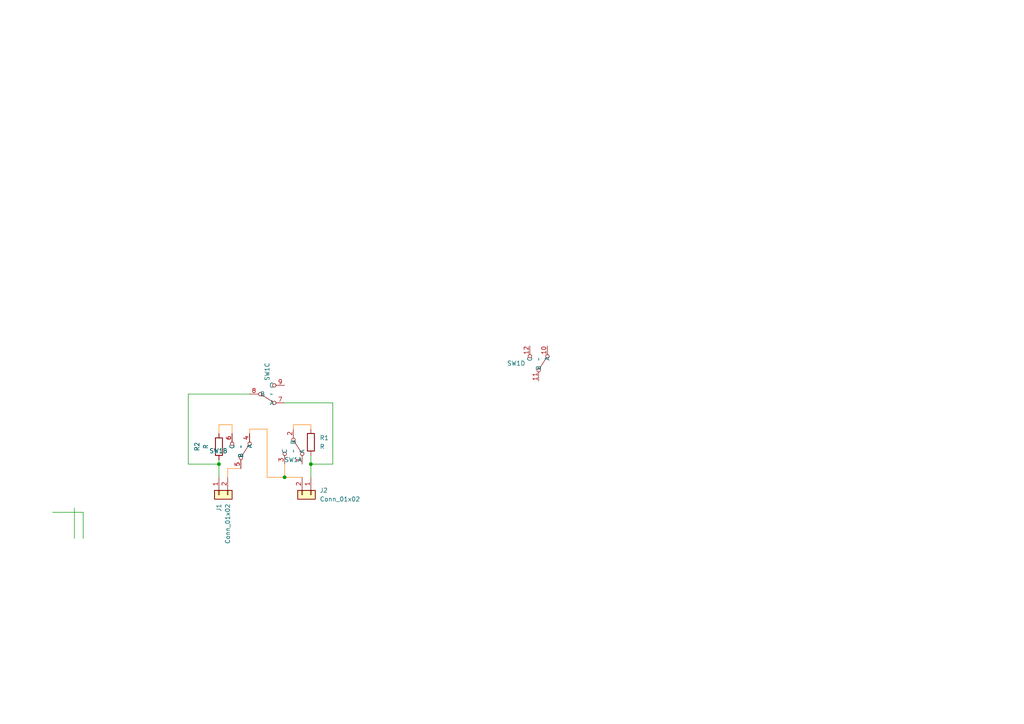
<source format=kicad_sch>
(kicad_sch (version 20230121) (generator eeschema)

  (uuid 110c4012-9f25-459c-a099-b530f2929070)

  (paper "A4")

  (lib_symbols
    (symbol "Connector_Generic:Conn_01x02" (pin_names (offset 1.016) hide) (in_bom yes) (on_board yes)
      (property "Reference" "J" (at 0 2.54 0)
        (effects (font (size 1.27 1.27)))
      )
      (property "Value" "Conn_01x02" (at 0 -5.08 0)
        (effects (font (size 1.27 1.27)))
      )
      (property "Footprint" "" (at 0 0 0)
        (effects (font (size 1.27 1.27)) hide)
      )
      (property "Datasheet" "~" (at 0 0 0)
        (effects (font (size 1.27 1.27)) hide)
      )
      (property "ki_keywords" "connector" (at 0 0 0)
        (effects (font (size 1.27 1.27)) hide)
      )
      (property "ki_description" "Generic connector, single row, 01x02, script generated (kicad-library-utils/schlib/autogen/connector/)" (at 0 0 0)
        (effects (font (size 1.27 1.27)) hide)
      )
      (property "ki_fp_filters" "Connector*:*_1x??_*" (at 0 0 0)
        (effects (font (size 1.27 1.27)) hide)
      )
      (symbol "Conn_01x02_1_1"
        (rectangle (start -1.27 -2.413) (end 0 -2.667)
          (stroke (width 0.1524) (type default))
          (fill (type none))
        )
        (rectangle (start -1.27 0.127) (end 0 -0.127)
          (stroke (width 0.1524) (type default))
          (fill (type none))
        )
        (rectangle (start -1.27 1.27) (end 1.27 -3.81)
          (stroke (width 0.254) (type default))
          (fill (type background))
        )
        (pin passive line (at -5.08 0 0) (length 3.81)
          (name "Pin_1" (effects (font (size 1.27 1.27))))
          (number "1" (effects (font (size 1.27 1.27))))
        )
        (pin passive line (at -5.08 -2.54 0) (length 3.81)
          (name "Pin_2" (effects (font (size 1.27 1.27))))
          (number "2" (effects (font (size 1.27 1.27))))
        )
      )
    )
    (symbol "Device:R" (pin_numbers hide) (pin_names (offset 0)) (in_bom yes) (on_board yes)
      (property "Reference" "R" (at 2.032 0 90)
        (effects (font (size 1.27 1.27)))
      )
      (property "Value" "R" (at 0 0 90)
        (effects (font (size 1.27 1.27)))
      )
      (property "Footprint" "" (at -1.778 0 90)
        (effects (font (size 1.27 1.27)) hide)
      )
      (property "Datasheet" "~" (at 0 0 0)
        (effects (font (size 1.27 1.27)) hide)
      )
      (property "ki_keywords" "R res resistor" (at 0 0 0)
        (effects (font (size 1.27 1.27)) hide)
      )
      (property "ki_description" "Resistor" (at 0 0 0)
        (effects (font (size 1.27 1.27)) hide)
      )
      (property "ki_fp_filters" "R_*" (at 0 0 0)
        (effects (font (size 1.27 1.27)) hide)
      )
      (symbol "R_0_1"
        (rectangle (start -1.016 -2.54) (end 1.016 2.54)
          (stroke (width 0.254) (type default))
          (fill (type none))
        )
      )
      (symbol "R_1_1"
        (pin passive line (at 0 3.81 270) (length 1.27)
          (name "~" (effects (font (size 1.27 1.27))))
          (number "1" (effects (font (size 1.27 1.27))))
        )
        (pin passive line (at 0 -3.81 90) (length 1.27)
          (name "~" (effects (font (size 1.27 1.27))))
          (number "2" (effects (font (size 1.27 1.27))))
        )
      )
    )
    (symbol "Switch:4PDT" (in_bom yes) (on_board yes)
      (property "Reference" "SW" (at 0 5.08 0)
        (effects (font (size 1.27 1.27)))
      )
      (property "Value" "" (at 0 0 0)
        (effects (font (size 1.27 1.27)))
      )
      (property "Footprint" "" (at 0 0 0)
        (effects (font (size 1.27 1.27)) hide)
      )
      (property "Datasheet" "" (at 0 0 0)
        (effects (font (size 1.27 1.27)) hide)
      )
      (property "ki_locked" "" (at 0 0 0)
        (effects (font (size 1.27 1.27)))
      )
      (symbol "4PDT_0_0"
        (circle (center -3.2462 0.0215) (radius 0.508)
          (stroke (width 0) (type default))
          (fill (type none))
        )
        (circle (center 0.8178 -2.5185) (radius 0.508)
          (stroke (width 0) (type default))
          (fill (type none))
        )
      )
      (symbol "4PDT_0_1"
        (polyline
          (pts
            (xy -2.7382 0.2755)
            (xy 0.4368 2.3075)
          )
          (stroke (width 0) (type default))
          (fill (type none))
        )
        (circle (center 0.8178 2.5615) (radius 0.508)
          (stroke (width 0) (type default))
          (fill (type none))
        )
      )
      (symbol "4PDT_1_1"
        (pin passive line (at 3.81 2.54 180) (length 2.54)
          (name "A" (effects (font (size 1.27 1.27))))
          (number "1" (effects (font (size 1.27 1.27))))
        )
        (pin passive line (at -6.35 0 0) (length 2.54)
          (name "B" (effects (font (size 1.27 1.27))))
          (number "2" (effects (font (size 1.27 1.27))))
        )
        (pin passive line (at 3.81 -2.54 180) (length 2.54)
          (name "C" (effects (font (size 1.27 1.27))))
          (number "3" (effects (font (size 1.27 1.27))))
        )
      )
      (symbol "4PDT_2_1"
        (pin passive line (at 3.81 2.54 180) (length 2.54)
          (name "A" (effects (font (size 1.27 1.27))))
          (number "4" (effects (font (size 1.27 1.27))))
        )
        (pin passive line (at -6.35 0 0) (length 2.54)
          (name "B" (effects (font (size 1.27 1.27))))
          (number "5" (effects (font (size 1.27 1.27))))
        )
        (pin passive line (at 3.81 -2.54 180) (length 2.54)
          (name "C" (effects (font (size 1.27 1.27))))
          (number "6" (effects (font (size 1.27 1.27))))
        )
      )
      (symbol "4PDT_3_1"
        (pin passive line (at 3.81 2.54 180) (length 2.54)
          (name "A" (effects (font (size 1.27 1.27))))
          (number "7" (effects (font (size 1.27 1.27))))
        )
        (pin passive line (at -6.35 0 0) (length 2.54)
          (name "B" (effects (font (size 1.27 1.27))))
          (number "8" (effects (font (size 1.27 1.27))))
        )
        (pin passive line (at 3.81 -2.54 180) (length 2.54)
          (name "C" (effects (font (size 1.27 1.27))))
          (number "9" (effects (font (size 1.27 1.27))))
        )
      )
      (symbol "4PDT_4_1"
        (pin passive line (at 3.81 2.54 180) (length 2.54)
          (name "A" (effects (font (size 1.27 1.27))))
          (number "10" (effects (font (size 1.27 1.27))))
        )
        (pin passive line (at -6.35 0 0) (length 2.54)
          (name "B" (effects (font (size 1.27 1.27))))
          (number "11" (effects (font (size 1.27 1.27))))
        )
        (pin passive line (at 3.81 -2.54 180) (length 2.54)
          (name "C" (effects (font (size 1.27 1.27))))
          (number "12" (effects (font (size 1.27 1.27))))
        )
      )
    )
  )

  (junction (at 90.17 134.62) (diameter 0) (color 0 0 0 0)
    (uuid 0694d500-d998-42e6-9ebf-f8037693e683)
  )
  (junction (at 82.55 138.43) (diameter 0) (color 0 0 0 0)
    (uuid 40ab7974-5a44-4fd6-8051-650850088b66)
  )
  (junction (at 63.5 134.62) (diameter 0) (color 0 0 0 0)
    (uuid 83821299-8299-4f1b-903f-dfe6da1c6c5a)
  )

  (wire (pts (xy 54.61 114.3) (xy 54.61 134.62))
    (stroke (width 0) (type default))
    (uuid 11bada7b-8dc4-47bd-8de3-5ea19042d063)
  )
  (wire (pts (xy 82.55 138.43) (xy 87.63 138.43))
    (stroke (width 0) (type default) (color 255 128 13 1))
    (uuid 124133c5-93f1-4e9d-963b-0d2e1c2e3d21)
  )
  (wire (pts (xy 82.55 116.84) (xy 96.52 116.84))
    (stroke (width 0) (type default))
    (uuid 137407e2-cf84-4271-ae09-d09bce11f54f)
  )
  (wire (pts (xy 21.59 147.32) (xy 21.59 156.21))
    (stroke (width 0) (type default))
    (uuid 13fa7054-d274-44dc-b36c-a49860957a26)
  )
  (wire (pts (xy 82.55 134.62) (xy 82.55 138.43))
    (stroke (width 0) (type default) (color 255 128 13 1))
    (uuid 26de5721-27a5-478d-a9c4-624c5f89da71)
  )
  (wire (pts (xy 90.17 134.62) (xy 90.17 138.43))
    (stroke (width 0) (type default))
    (uuid 2f776539-4cfc-4c61-a8da-ecf358f699e6)
  )
  (wire (pts (xy 90.17 123.19) (xy 90.17 124.46))
    (stroke (width 0) (type default) (color 255 128 13 1))
    (uuid 34a622e9-84b9-476d-a5a8-bb11deebc308)
  )
  (wire (pts (xy 63.5 134.62) (xy 63.5 138.43))
    (stroke (width 0) (type default))
    (uuid 38fdcb72-e6f8-4189-9e0f-fbc34fd7f33b)
  )
  (wire (pts (xy 66.04 135.89) (xy 69.85 135.89))
    (stroke (width 0) (type default) (color 255 128 13 1))
    (uuid 6669c9d0-e125-44ae-bda5-93194c0c7b58)
  )
  (wire (pts (xy 85.09 123.19) (xy 85.09 124.46))
    (stroke (width 0) (type default) (color 255 128 13 1))
    (uuid 72a854ec-f210-434f-8fe8-5256cda23942)
  )
  (wire (pts (xy 67.31 123.19) (xy 63.5 123.19))
    (stroke (width 0) (type default) (color 255 128 13 1))
    (uuid 7afdc7b3-d2be-4b21-a4cf-e3cf41163e94)
  )
  (wire (pts (xy 85.09 123.19) (xy 90.17 123.19))
    (stroke (width 0) (type default) (color 255 128 13 1))
    (uuid 8a7c969d-8588-42e5-ac93-5b635d931c12)
  )
  (wire (pts (xy 67.31 123.19) (xy 67.31 125.73))
    (stroke (width 0) (type default) (color 255 128 13 1))
    (uuid a897411d-0025-411a-9d2c-70d160a63567)
  )
  (wire (pts (xy 96.52 134.62) (xy 90.17 134.62))
    (stroke (width 0) (type default))
    (uuid b0ddffb4-8502-4e4b-b521-c03f5037e086)
  )
  (wire (pts (xy 15.24 148.59) (xy 24.13 148.59))
    (stroke (width 0) (type default))
    (uuid b1cd25f6-260c-466e-a830-5c744b6287e7)
  )
  (wire (pts (xy 90.17 132.08) (xy 90.17 134.62))
    (stroke (width 0) (type default))
    (uuid b250d2ab-0bb8-48c1-b727-0f3a4601ff01)
  )
  (wire (pts (xy 72.39 124.46) (xy 72.39 125.73))
    (stroke (width 0) (type default) (color 255 128 13 1))
    (uuid bd3091de-d96f-4119-987b-709f9a9108e2)
  )
  (wire (pts (xy 72.39 114.3) (xy 54.61 114.3))
    (stroke (width 0) (type default))
    (uuid bf6c8586-3b25-448b-9628-cea71c31b6a3)
  )
  (wire (pts (xy 54.61 134.62) (xy 63.5 134.62))
    (stroke (width 0) (type default))
    (uuid bfe3bfd9-5c65-4ea2-950a-16f34a125d27)
  )
  (wire (pts (xy 77.47 138.43) (xy 77.47 124.46))
    (stroke (width 0) (type default) (color 255 128 13 1))
    (uuid c18a15d7-e54a-45a7-b828-5266a2279490)
  )
  (wire (pts (xy 77.47 138.43) (xy 82.55 138.43))
    (stroke (width 0) (type default) (color 255 128 13 1))
    (uuid c313c589-47ec-41b4-804d-5d0a687fb52a)
  )
  (wire (pts (xy 24.13 148.59) (xy 24.13 156.21))
    (stroke (width 0) (type default))
    (uuid d68e41cd-d591-4671-b8b6-482c8625492b)
  )
  (wire (pts (xy 96.52 116.84) (xy 96.52 134.62))
    (stroke (width 0) (type default))
    (uuid e4a58601-af12-4dc2-9541-abe340c920d1)
  )
  (wire (pts (xy 77.47 124.46) (xy 72.39 124.46))
    (stroke (width 0) (type default) (color 255 128 13 1))
    (uuid e5d90a8a-4853-4a76-9ce1-c56234b8d587)
  )
  (wire (pts (xy 63.5 133.35) (xy 63.5 134.62))
    (stroke (width 0) (type default))
    (uuid eec3a60d-dc52-444d-8f55-ed477a18b86a)
  )
  (wire (pts (xy 63.5 123.19) (xy 63.5 125.73))
    (stroke (width 0) (type default) (color 255 128 13 1))
    (uuid f1ceab78-9f75-4baa-8598-051f75d1e70a)
  )
  (wire (pts (xy 66.04 135.89) (xy 66.04 138.43))
    (stroke (width 0) (type default) (color 255 128 13 1))
    (uuid f1e61133-2118-47ae-b455-b95c519c0c41)
  )

  (symbol (lib_id "Device:R") (at 63.5 129.54 180) (unit 1)
    (in_bom yes) (on_board yes) (dnp no) (fields_autoplaced)
    (uuid 06d7e07d-7d55-4936-9d1e-91d24c66ccb4)
    (property "Reference" "R2" (at 57.15 129.54 90)
      (effects (font (size 1.27 1.27)))
    )
    (property "Value" "R" (at 59.69 129.54 90)
      (effects (font (size 1.27 1.27)))
    )
    (property "Footprint" "Resistor_SMD:R_0805_2012Metric" (at 65.278 129.54 90)
      (effects (font (size 1.27 1.27)) hide)
    )
    (property "Datasheet" "~" (at 63.5 129.54 0)
      (effects (font (size 1.27 1.27)) hide)
    )
    (pin "1" (uuid 65938d77-0351-432a-b01c-881f2f502e7e))
    (pin "2" (uuid 962692e2-b6a8-4b4b-a09e-170b024d04e2))
    (instances
      (project "CANBUSswitch"
        (path "/110c4012-9f25-459c-a099-b530f2929070"
          (reference "R2") (unit 1)
        )
      )
    )
  )

  (symbol (lib_id "Device:R") (at 90.17 128.27 0) (unit 1)
    (in_bom yes) (on_board yes) (dnp no) (fields_autoplaced)
    (uuid 5b7f3259-9b4f-4d74-9522-286319dfc332)
    (property "Reference" "R1" (at 92.71 127 0)
      (effects (font (size 1.27 1.27)) (justify left))
    )
    (property "Value" "R" (at 92.71 129.54 0)
      (effects (font (size 1.27 1.27)) (justify left))
    )
    (property "Footprint" "Resistor_SMD:R_0805_2012Metric" (at 88.392 128.27 90)
      (effects (font (size 1.27 1.27)) hide)
    )
    (property "Datasheet" "~" (at 90.17 128.27 0)
      (effects (font (size 1.27 1.27)) hide)
    )
    (pin "1" (uuid 2e7c5834-f4a8-4165-b349-94aa28ebc6e9))
    (pin "2" (uuid 21633e97-5341-462e-9a2c-2d1cae918583))
    (instances
      (project "CANBUSswitch"
        (path "/110c4012-9f25-459c-a099-b530f2929070"
          (reference "R1") (unit 1)
        )
      )
    )
  )

  (symbol (lib_id "Connector_Generic:Conn_01x02") (at 90.17 143.51 270) (unit 1)
    (in_bom yes) (on_board yes) (dnp no)
    (uuid 8f3ab311-2307-490e-a6c9-6958fcfbd960)
    (property "Reference" "J2" (at 92.71 142.24 90)
      (effects (font (size 1.27 1.27)) (justify left))
    )
    (property "Value" "Conn_01x02" (at 92.71 144.78 90)
      (effects (font (size 1.27 1.27)) (justify left))
    )
    (property "Footprint" "Library:WirePad2" (at 90.17 143.51 0)
      (effects (font (size 1.27 1.27)) hide)
    )
    (property "Datasheet" "~" (at 90.17 143.51 0)
      (effects (font (size 1.27 1.27)) hide)
    )
    (pin "1" (uuid 63e2446a-abeb-4fe4-bb4c-6f950bc612cc))
    (pin "2" (uuid 8277c62c-1a47-43c1-b76a-5e77c8f6160d))
    (instances
      (project "CANBUSswitch"
        (path "/110c4012-9f25-459c-a099-b530f2929070"
          (reference "J2") (unit 1)
        )
      )
    )
  )

  (symbol (lib_id "Switch:4PDT") (at 78.74 114.3 0) (mirror x) (unit 3)
    (in_bom yes) (on_board yes) (dnp no)
    (uuid 9b0624bf-d75e-4f8b-ab7c-852ba7ee218b)
    (property "Reference" "SW1" (at 77.4979 110.49 90)
      (effects (font (size 1.27 1.27)) (justify right))
    )
    (property "Value" "~" (at 78.74 114.3 0)
      (effects (font (size 1.27 1.27)))
    )
    (property "Footprint" "Button_Switch_THT:★MFS401N−2−Z" (at 78.74 114.3 0)
      (effects (font (size 1.27 1.27)) hide)
    )
    (property "Datasheet" "" (at 78.74 114.3 0)
      (effects (font (size 1.27 1.27)) hide)
    )
    (pin "1" (uuid 5bddb767-08b7-4f5b-af9a-de6f48a4e1df))
    (pin "2" (uuid 1f4ca629-ee8c-4793-8c5d-53cbd08e0307))
    (pin "3" (uuid b7434d32-d5ce-43c4-a8df-2510041d5844))
    (pin "4" (uuid 826513cb-51e6-46b2-8054-6526a4c85d22))
    (pin "5" (uuid a64ed17e-d984-4af0-bdce-f070bc55286d))
    (pin "6" (uuid d0568c14-e08c-46ed-86b4-070634845662))
    (pin "7" (uuid 768557d5-1eec-4b66-9c0f-64024f92d5b4))
    (pin "8" (uuid 2b2da726-9a39-4fbb-997c-71d6a92f1eed))
    (pin "9" (uuid bc4a5326-9a6b-4f44-a315-f9f60660c5a5))
    (pin "10" (uuid 629c7b2c-444d-4353-bca2-fb3f588a0775))
    (pin "11" (uuid 94757869-e69b-4cea-b97c-7e27f614daba))
    (pin "12" (uuid 960956bb-e1e3-448f-95c5-be49222fb9af))
    (instances
      (project "CANBUSswitch"
        (path "/110c4012-9f25-459c-a099-b530f2929070"
          (reference "SW1") (unit 3)
        )
      )
    )
  )

  (symbol (lib_id "Switch:4PDT") (at 85.09 130.81 270) (unit 1)
    (in_bom yes) (on_board yes) (dnp no)
    (uuid a1eb0115-f56f-4a7b-9c99-ddd464cc9a50)
    (property "Reference" "SW1" (at 87.63 133.35 90)
      (effects (font (size 1.27 1.27)) (justify right))
    )
    (property "Value" "~" (at 85.09 130.81 0)
      (effects (font (size 1.27 1.27)))
    )
    (property "Footprint" "Button_Switch_THT:★MFS401N−2−Z" (at 85.09 130.81 0)
      (effects (font (size 1.27 1.27)) hide)
    )
    (property "Datasheet" "" (at 85.09 130.81 0)
      (effects (font (size 1.27 1.27)) hide)
    )
    (pin "1" (uuid a692acc1-1f2b-4386-ae1b-d0d26ea8aa01))
    (pin "2" (uuid 6db33024-2451-4296-893d-e8160d6db6c8))
    (pin "3" (uuid 4934d75e-2578-4aa0-a38f-20d70ba9b43d))
    (pin "4" (uuid 2311ec93-f306-4232-ba49-ac3a522dad56))
    (pin "5" (uuid 1b854ba8-f89c-4f15-8bc8-f3aa5b155635))
    (pin "6" (uuid 0e21d873-fc9a-4d0a-8a2c-a885294f9355))
    (pin "7" (uuid bc8fe67c-0783-4fee-b19a-680b4ca6113d))
    (pin "8" (uuid 60929494-e074-4e42-a2e9-c30fabd2d5d9))
    (pin "9" (uuid 83485d5b-345e-4642-ae52-380823b520b7))
    (pin "10" (uuid 8ab37341-abb9-432e-80d8-91a0b3b3422d))
    (pin "11" (uuid 01a9c10c-8a9b-4781-bae3-91aaeedc8aab))
    (pin "12" (uuid 0ae117cc-7a6e-4d62-8c9b-8dac09691e84))
    (instances
      (project "CANBUSswitch"
        (path "/110c4012-9f25-459c-a099-b530f2929070"
          (reference "SW1") (unit 1)
        )
      )
    )
  )

  (symbol (lib_id "Switch:4PDT") (at 156.21 104.14 270) (mirror x) (unit 4)
    (in_bom yes) (on_board yes) (dnp no)
    (uuid a24bf39b-0fe0-471b-bca2-bab451e273f4)
    (property "Reference" "SW1" (at 152.4 105.3821 90)
      (effects (font (size 1.27 1.27)) (justify right))
    )
    (property "Value" "~" (at 156.21 104.14 0)
      (effects (font (size 1.27 1.27)))
    )
    (property "Footprint" "Button_Switch_THT:★MFS401N−2−Z" (at 156.21 104.14 0)
      (effects (font (size 1.27 1.27)) hide)
    )
    (property "Datasheet" "" (at 156.21 104.14 0)
      (effects (font (size 1.27 1.27)) hide)
    )
    (pin "1" (uuid aeeb6b2c-3f99-4fc8-aacc-9428b1e1176a))
    (pin "2" (uuid 1313c864-b0a2-4efb-bf08-6ffdb7da49e8))
    (pin "3" (uuid e1784c00-1410-449f-8b3a-b48fb08885f6))
    (pin "4" (uuid 25663391-17db-405c-8bae-2779377d4ce0))
    (pin "5" (uuid 8b6348c7-0d66-4410-93ae-0bda647ff8e3))
    (pin "6" (uuid ee26b135-38fa-4e8c-a59e-cf616d37df3b))
    (pin "7" (uuid af256630-f163-4290-a52e-154c0070d029))
    (pin "8" (uuid 0e963d10-ad28-4616-a84a-9a1ea9cf4f3f))
    (pin "9" (uuid 40da4196-f3dc-40d0-abc6-33d3c1899f9b))
    (pin "10" (uuid 8d7efbc9-5421-4cec-b618-5f7d0b6c5077))
    (pin "11" (uuid bf4bb1e0-ae0d-411f-8305-7ad360bc0a48))
    (pin "12" (uuid effc4e06-8ac2-47c5-aa40-f0cdb1c3668d))
    (instances
      (project "CANBUSswitch"
        (path "/110c4012-9f25-459c-a099-b530f2929070"
          (reference "SW1") (unit 4)
        )
      )
    )
  )

  (symbol (lib_id "Switch:4PDT") (at 69.85 129.54 270) (mirror x) (unit 2)
    (in_bom yes) (on_board yes) (dnp no)
    (uuid b4547ad6-507d-4bcc-8bf8-45cb8df3a89f)
    (property "Reference" "SW1" (at 66.04 130.7821 90)
      (effects (font (size 1.27 1.27)) (justify right))
    )
    (property "Value" "~" (at 69.85 129.54 0)
      (effects (font (size 1.27 1.27)))
    )
    (property "Footprint" "Button_Switch_THT:★MFS401N−2−Z" (at 69.85 129.54 0)
      (effects (font (size 1.27 1.27)) hide)
    )
    (property "Datasheet" "" (at 69.85 129.54 0)
      (effects (font (size 1.27 1.27)) hide)
    )
    (pin "1" (uuid 01ea98f4-6d67-4c18-956a-be22587bd95d))
    (pin "2" (uuid b9d598c2-3caf-46f6-8c76-3c9c2187d933))
    (pin "3" (uuid 3653a977-35b3-4501-b579-f5f3cf20cd19))
    (pin "4" (uuid 4ef1e1f9-bb09-49ca-a7e3-9d6606878b32))
    (pin "5" (uuid e480e427-b988-46cf-afe5-dff032171975))
    (pin "6" (uuid 56a1f093-bf47-4e5f-91d6-d2bbf3f843ae))
    (pin "7" (uuid c3c7a3d2-331c-426a-9217-db7278ff8192))
    (pin "8" (uuid b8434dfe-06b7-4f49-8c1e-dcd8ad42a776))
    (pin "9" (uuid 09db4d61-8887-450f-802d-b052ecb073a0))
    (pin "10" (uuid e561263b-1273-4ed7-ab8c-3e83bd906cf3))
    (pin "11" (uuid b85bbbb1-1957-4846-9bf0-cf7c4b742462))
    (pin "12" (uuid df2a6aff-9c0e-4588-97ea-f823b5484b5b))
    (instances
      (project "CANBUSswitch"
        (path "/110c4012-9f25-459c-a099-b530f2929070"
          (reference "SW1") (unit 2)
        )
      )
    )
  )

  (symbol (lib_id "Connector_Generic:Conn_01x02") (at 63.5 143.51 90) (mirror x) (unit 1)
    (in_bom yes) (on_board yes) (dnp no)
    (uuid ef6e567a-c39a-4ac4-b791-956ed9808185)
    (property "Reference" "J1" (at 63.5 146.05 0)
      (effects (font (size 1.27 1.27)) (justify left))
    )
    (property "Value" "Conn_01x02" (at 66.04 146.05 0)
      (effects (font (size 1.27 1.27)) (justify left))
    )
    (property "Footprint" "Library:WirePad2" (at 63.5 143.51 0)
      (effects (font (size 1.27 1.27)) hide)
    )
    (property "Datasheet" "~" (at 63.5 143.51 0)
      (effects (font (size 1.27 1.27)) hide)
    )
    (pin "1" (uuid e9ef38cd-447d-4ed4-822e-ecd85b8990aa))
    (pin "2" (uuid 0d752867-6f34-4b63-ba09-d881342b207f))
    (instances
      (project "CANBUSswitch"
        (path "/110c4012-9f25-459c-a099-b530f2929070"
          (reference "J1") (unit 1)
        )
      )
    )
  )

  (sheet_instances
    (path "/" (page "1"))
  )
)

</source>
